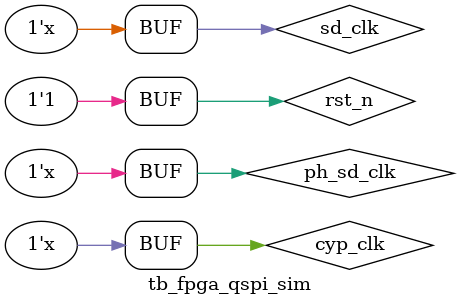
<source format=v>

module tb_fpga_qspi_sim(

);

reg  sd_clk,cyp_clk;
reg  rst_n;

initial begin
	rst_n    = 0;
	sd_clk   = 0;
	cyp_clk  = 0;
#100    rst_n    = 1;
end


always @(*) #3.25 sd_clk <= !sd_clk; //133mhz 
always @(*) #10 cyp_clk <= !cyp_clk; //48mhz(50mhz) 

assign  ph_sd_clk = !sd_clk; 
 
wire [15:0]  sdram_data_i; 
wire [15:0]  sdram_data_o; 
wire [15:0]  usb_fd_i; 
wire [15:0]  usb_fd_o; 

wire    sdram_data_oe;
wire    usb_fd_oe;

genvar i;
generate 
	for(i=0;i<16;i=i+1) begin
   		IOBUF #(
   		   .DRIVE(12), // Specify the output drive strength
   		   .IBUF_LOW_PWR("TRUE"),  // Low Power - "TRUE", High Performance = "FALSE" 
   		   .IOSTANDARD("DEFAULT"), // Specify the I/O standard
   		   .SLEW("SLOW") // Specify the output slew rate
   		) IOBUF_sdram_inst (
   		   .O(sdram_data_i[i]),     // Buffer output
   		   .IO(sdram_data[i]),   // Buffer inout port (connect directly to top-level port)
   		   .I(sdram_data_o[i]),     // Buffer input
   		   .T(!sdram_data_oe)      // 3-state enable input, high=input, low=output
   		);
   	end

	for(i=0;i<16;i=i+1)begin
   		IOBUF #(
   		   .DRIVE(12), // Specify the output drive strength
   		   .IBUF_LOW_PWR("TRUE"),  // Low Power - "TRUE", High Performance = "FALSE" 
   		   .IOSTANDARD("DEFAULT"), // Specify the I/O standard
   		   .SLEW("SLOW") // Specify the output slew rate
   		) IOBUF_usb_inst (
   		   .O(usb_fd_i[i]),     // Buffer output
   		   .IO(usb_fd[i]),   // Buffer inout port (connect directly to top-level port)
   		   .I(usb_fd_o[i]),     // Buffer input
   		   .T(!usb_fd_oe)      // 3-state enable input, high=input, low=output
   		);
	end

endgenerate

wire [1:0]   usb_fifoaddr;
wire [1:0]   sdram_ba;
wire [12:0]  sdram_addr;
wire [15:0]  sdram_data;
wire [15:0]  usb_fd;



qspi_simulator_top qspi_simulator_inst(/*autoinst*/
    .rst_n                          (rst_n                                      ), // input 
    .sd_clk                         (sd_clk                                     ), // input 
    .cyp_clk                        (cyp_clk                                     ), // input 
    //.sdram_init_done                (sdram_init_done				),  // output
    	// qspi
    .qspi_clk                       (qspi_clk                                   ), // input 
    .qspi_csn                       (qspi_csn                                        ), // input 
    .qspi_di                        (qspi_di                                         ), // input 
    .qspi_do                        (qspi_do                                         ), // output
    .qspi_wpn                       (qspi_wpn                                        ), // input 
    .qspi_holdn                     (qspi_holdn                                      ), // input 

    	// sdram if
    //.sdram_clk                      (sdram_clk                                  ), // output
    .sdram_cke                      (sdram_cke                                  ), // output
    .sdram_csn                      (sdram_csn                                  ), // output
    .sdram_rasn                     (sdram_rasn                                 ), // output
    .sdram_casn                     (sdram_casn                                 ), // output
    .sdram_wen                      (sdram_wen                                  ), // output
    .sdram_ba                       (sdram_ba[1:0]                              ), // output
    .sdram_addr                     (sdram_addr[12:0]                           ), // output
    .sdram_data_i                   (sdram_data_i[15:0]                         ), // input 
    .sdram_data_o                   (sdram_data_o[15:0]                         ), // output
    .sdram_data_oe                  (sdram_data_oe                              ), // output

    	// usb2
    .usb_clk                        (usb_clk                                    ), // output
    .usb_fifoaddr                   (usb_fifoaddr[1:0]                          ), // output
    .usb_slcs                       (usb_slcs                                   ), // output
    .usb_sloe                       (usb_sloe                                   ), // output
    .usb_slrd                       (usb_slrd                                   ), // output
    .usb_slwr                       (usb_slwr                                   ), // output
    	
    .usb_fd_i                       (usb_fd_i[15:0]                             ), // input 
    .usb_fd_o                       (usb_fd_o[15:0]                             ), // output
    .usb_fd_oe                      (usb_fd_oe                                  ), // output
    	
    .usb_flaga                      (usb_flaga                                  ), // input 
    .usb_flagb                      (usb_flagb                                  ), // input 
    .usb_flagc                      (usb_flagc                                  ), // input 
    .pa0                            (pa0                                        )  // output
);



// qspi contrl vip
qspi_master_model  qspi_master_vip_inst(/*autoinst*/
    .usb_download_finished          (usb_download_finished                      ), 
    .qspi_clk                       (qspi_clk                                   ), // output
    .csn                            (qspi_csn                                        ), // output
    .di                             (qspi_di                                         ), // output
    .do                             (qspi_do                                         ), // input 
    .wpn                            (qspi_wpn                                        ), // output
    .holdn                          (qspi_holdn                                      )  // output
);

//sdram model
mt48lc16m16a2 sdram_module_inst(
.Dq	(sdram_data), 
.Addr	(sdram_addr),	 
.Ba	(sdram_ba), 
.Clk	(ph_sd_clk), 
.Cke	(sdram_cke), 
.Cs_n	(sdram_csn), 
.Ras_n	(sdram_rasn), 
.Cas_n	(sdram_casn), 
.We_n	(sdram_wen),	 
.Dqm	(0)	
);


// usb2 cyp vip
usb2_cyp_vip usb2_cyp_vip_inst(/*autoinst*/
    .rst_n			    (rst_n					),
    .usb_clk                        (usb_clk                                    ), // input 
    .usb_fifoaddr                   (usb_fifoaddr[1:0]                          ), // input 
    .usb_slcs                       (usb_slcs                                   ), // input 
    .usb_sloe                       (usb_sloe                                   ), // input 
    .usb_slrd                       (usb_slrd                                   ), // input 
    .usb_slwr                       (usb_slwr                                   ), // input 
    .usb_fd                         (usb_fd[15:0]                               ), // inout 
    .usb_flaga                      (usb_flaga                                  ), // output
    .usb_flagb                      (usb_flagb                                  ), // output
    .usb_flagc                      (usb_flagc                                  ), // output
    .usb_download_finished          (usb_download_finished                      ),
    .pa0                            (pa0                                        )  // input

);

endmodule


</source>
